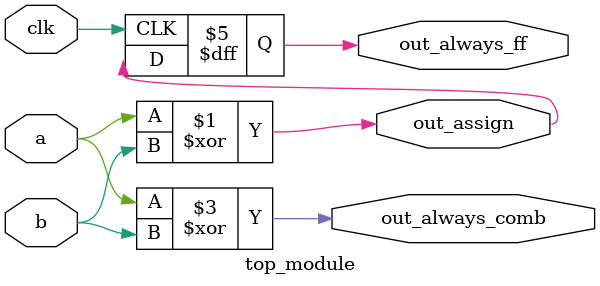
<source format=sv>
module top_module(
	input clk,
	input a, 
	input b,
	output out_assign,
	output reg out_always_comb,
	output reg out_always_ff
);

	assign out_assign = a ^ b;

	always @ (a, b)
	begin
		out_always_comb = a ^ b;
	end

	always @(posedge clk)
	begin
		out_always_ff <= out_assign;
	end

endmodule

</source>
